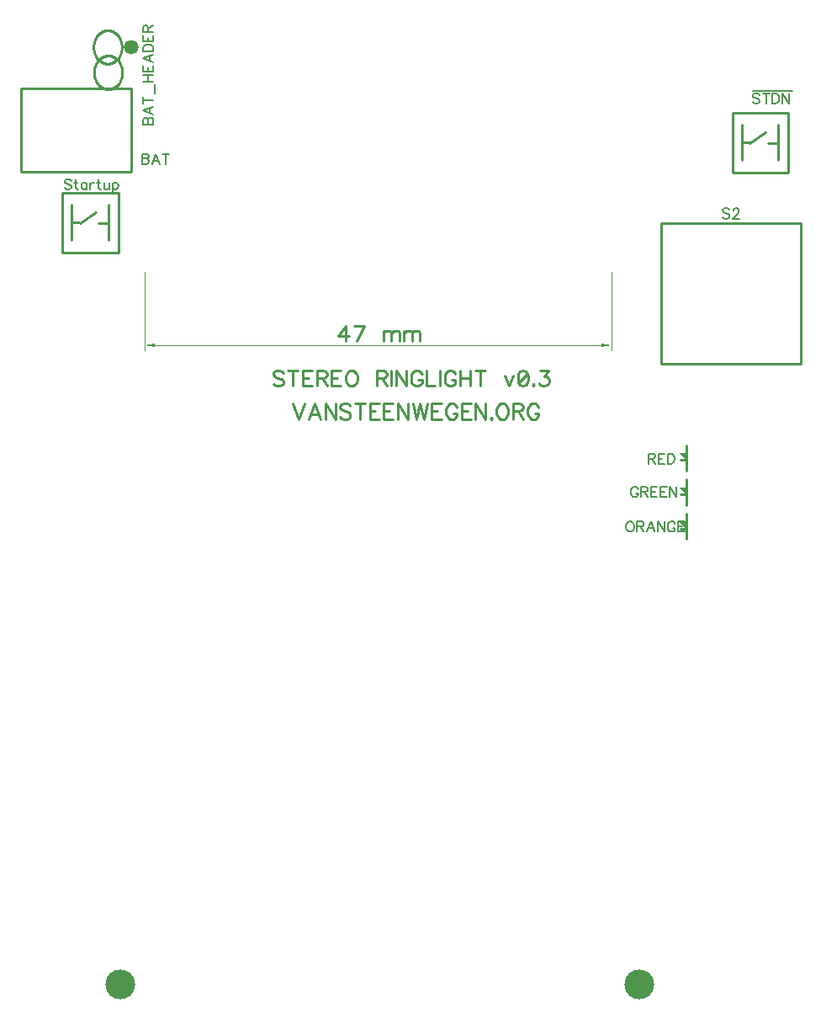
<source format=gto>
%TF.GenerationSoftware,Novarm,DipTrace,3.3.1.3*%
%TF.CreationDate,2021-03-19T21:20:38+00:00*%
%FSLAX35Y35*%
%MOMM*%
%TF.FileFunction,Legend,Top*%
%TF.Part,Single*%
%ADD10C,0.25*%
%ADD13C,0.035*%
%ADD29C,2.98317*%
%ADD75O,1.46885X1.46955*%
%ADD151C,0.15686*%
%ADD152C,0.23529*%
G75*
G01*
%LPD*%
G36*
X-979935Y4171922D2*
X-1048790D1*
X-981851Y4104111D1*
X-979935Y4171922D1*
G37*
X-974213Y4251208D2*
D10*
X-975172Y3996185D1*
X-981851Y4101255D2*
X-1041067D1*
G36*
X-979935Y4862792D2*
X-1048790D1*
X-981851Y4794981D1*
X-979935Y4862792D1*
G37*
X-974213Y4942078D2*
D10*
X-975172Y4687055D1*
X-981851Y4792125D2*
X-1041067D1*
G36*
X-979935Y4517355D2*
X-1048790D1*
X-981851Y4449544D1*
X-979935Y4517355D1*
G37*
X-974213Y4596642D2*
D10*
X-975172Y4341618D1*
X-981851Y4446688D2*
X-1041067D1*
X-7677497Y7693443D2*
X-6567534D1*
Y8533443D1*
X-7677497D1*
Y7693443D1*
X-1229512Y5763959D2*
X172978D1*
Y7174330D1*
X-1229512D1*
Y5763959D1*
X-7257320Y7480757D2*
X-6697280D1*
Y6878370D1*
X-7257320D1*
Y7480757D1*
X-7164260Y7360641D2*
Y7001558D1*
X-6795380Y7362327D2*
Y7006919D1*
X-7160900Y7179563D2*
X-7088120D1*
X-6898640Y7174503D2*
X-6802160D1*
X-7083080Y7176190D2*
X-6920600Y7286186D1*
X-515663Y8287473D2*
X44377D1*
Y7685087D1*
X-515663D1*
Y8287473D1*
X-422603Y8167357D2*
Y7808275D1*
X-53723Y8169044D2*
Y7813636D1*
X-419243Y7986280D2*
X-346463D1*
X-156983Y7981220D2*
X-60503D1*
X-341423Y7982907D2*
X-178943Y8092902D1*
X-6945677Y8945534D2*
X-6945330Y8957245D1*
X-6944291Y8968899D1*
X-6942565Y8980438D1*
X-6940161Y8991808D1*
X-6937090Y9002953D1*
X-6933367Y9013817D1*
X-6929011Y9024349D1*
X-6924042Y9034497D1*
X-6918484Y9044212D1*
X-6912366Y9053446D1*
X-6905716Y9062154D1*
X-6898567Y9070294D1*
X-6890954Y9077826D1*
X-6882914Y9084714D1*
X-6874486Y9090923D1*
X-6865711Y9096424D1*
X-6856632Y9101191D1*
X-6847293Y9105198D1*
X-6837740Y9108428D1*
X-6828019Y9110865D1*
X-6818178Y9112495D1*
X-6808264Y9113313D1*
X-6798326D1*
X-6788412Y9112495D1*
X-6778571Y9110865D1*
X-6768850Y9108428D1*
X-6759297Y9105198D1*
X-6749958Y9101191D1*
X-6740879Y9096424D1*
X-6732104Y9090923D1*
X-6723676Y9084714D1*
X-6715636Y9077826D1*
X-6708023Y9070294D1*
X-6700874Y9062154D1*
X-6694224Y9053446D1*
X-6688106Y9044212D1*
X-6682549Y9034497D1*
X-6677580Y9024349D1*
X-6673223Y9013817D1*
X-6669500Y9002953D1*
X-6666429Y8991808D1*
X-6664025Y8980438D1*
X-6662299Y8968899D1*
X-6661260Y8957245D1*
X-6660913Y8945534D1*
X-6661260Y8933823D1*
X-6662299Y8922170D1*
X-6664025Y8910630D1*
X-6666429Y8899260D1*
X-6669500Y8888115D1*
X-6673223Y8877251D1*
X-6677580Y8866719D1*
X-6682549Y8856571D1*
X-6688106Y8846856D1*
X-6694224Y8837622D1*
X-6700874Y8828914D1*
X-6708023Y8820774D1*
X-6715636Y8813242D1*
X-6723676Y8806354D1*
X-6732104Y8800145D1*
X-6740879Y8794644D1*
X-6749958Y8789878D1*
X-6759297Y8785870D1*
X-6768850Y8782640D1*
X-6778571Y8780204D1*
X-6788412Y8778573D1*
X-6798326Y8777755D1*
X-6808264D1*
X-6818178Y8778573D1*
X-6828019Y8780204D1*
X-6837740Y8782640D1*
X-6847293Y8785870D1*
X-6856632Y8789878D1*
X-6865711Y8794644D1*
X-6874486Y8800145D1*
X-6882914Y8806354D1*
X-6890954Y8813242D1*
X-6898567Y8820774D1*
X-6905716Y8828914D1*
X-6912366Y8837622D1*
X-6918484Y8846856D1*
X-6924042Y8856571D1*
X-6929011Y8866719D1*
X-6933367Y8877251D1*
X-6937090Y8888115D1*
X-6940161Y8899260D1*
X-6942565Y8910630D1*
X-6944291Y8922170D1*
X-6945330Y8933823D1*
X-6945677Y8945534D1*
X-6940263Y8690166D2*
X-6939917Y8701877D1*
X-6938878Y8713530D1*
X-6937152Y8725070D1*
X-6934748Y8736440D1*
X-6931677Y8747585D1*
X-6927954Y8758449D1*
X-6923597Y8768981D1*
X-6918628Y8779129D1*
X-6913071Y8788844D1*
X-6906952Y8798078D1*
X-6900303Y8806786D1*
X-6893154Y8814926D1*
X-6885541Y8822458D1*
X-6877501Y8829346D1*
X-6869073Y8835555D1*
X-6860298Y8841056D1*
X-6851219Y8845822D1*
X-6841880Y8849830D1*
X-6832327Y8853060D1*
X-6822606Y8855496D1*
X-6812765Y8857127D1*
X-6802851Y8857945D1*
X-6792913D1*
X-6782999Y8857127D1*
X-6773158Y8855496D1*
X-6763437Y8853060D1*
X-6753883Y8849830D1*
X-6744545Y8845822D1*
X-6735466Y8841056D1*
X-6726691Y8835555D1*
X-6718263Y8829346D1*
X-6710223Y8822458D1*
X-6702610Y8814926D1*
X-6695461Y8806786D1*
X-6688811Y8798078D1*
X-6682693Y8788844D1*
X-6677135Y8779129D1*
X-6672166Y8768981D1*
X-6667810Y8758449D1*
X-6664087Y8747585D1*
X-6661016Y8736440D1*
X-6658612Y8725070D1*
X-6656886Y8713530D1*
X-6655847Y8701877D1*
X-6655500Y8690166D1*
X-6655847Y8678455D1*
X-6656886Y8666801D1*
X-6658612Y8655262D1*
X-6661016Y8643892D1*
X-6664087Y8632747D1*
X-6667810Y8621883D1*
X-6672166Y8611351D1*
X-6677135Y8601203D1*
X-6682693Y8591488D1*
X-6688811Y8582254D1*
X-6695461Y8573546D1*
X-6702610Y8565406D1*
X-6710223Y8557874D1*
X-6718263Y8550986D1*
X-6726691Y8544777D1*
X-6735466Y8539276D1*
X-6744545Y8534509D1*
X-6753883Y8530502D1*
X-6763437Y8527272D1*
X-6773158Y8524835D1*
X-6782999Y8523205D1*
X-6792913Y8522387D1*
X-6802851D1*
X-6812765Y8523205D1*
X-6822606Y8524835D1*
X-6832327Y8527272D1*
X-6841880Y8530502D1*
X-6851219Y8534509D1*
X-6860298Y8539276D1*
X-6869073Y8544777D1*
X-6877501Y8550986D1*
X-6885541Y8557874D1*
X-6893154Y8565406D1*
X-6900303Y8573546D1*
X-6906952Y8582254D1*
X-6913071Y8591488D1*
X-6918628Y8601203D1*
X-6923597Y8611351D1*
X-6927954Y8621883D1*
X-6931677Y8632747D1*
X-6934748Y8643892D1*
X-6937152Y8655262D1*
X-6938878Y8666801D1*
X-6939917Y8678455D1*
X-6940263Y8690166D1*
D75*
X-6564226Y8944115D3*
D29*
X-6678718Y-477730D3*
X-1456002Y-482760D3*
X-6431917Y6680427D2*
D13*
Y5896007D1*
X-1731917Y6680427D2*
Y5896007D1*
X-4081917Y5946007D2*
X-6331917D1*
G36*
X-6431917D2*
X-6331917Y5966007D1*
Y5926007D1*
X-6431917Y5946007D1*
G37*
X-4081917D2*
D13*
X-1831917D1*
G36*
X-1731917D2*
X-1831917Y5926007D1*
Y5966007D1*
X-1731917Y5946007D1*
G37*
X-4408118Y5992530D2*
D152*
Y6145493D1*
X-4481062Y6043573D1*
X-4371730D1*
X-4295527Y5992530D2*
X-4222583Y6145493D1*
X-4324671D1*
X-4027389Y6094617D2*
Y5992530D1*
Y6065473D2*
X-4005489Y6087373D1*
X-3990833Y6094617D1*
X-3969101D1*
X-3954445Y6087373D1*
X-3947201Y6065473D1*
Y5992530D1*
Y6065473D2*
X-3925301Y6087373D1*
X-3910645Y6094617D1*
X-3888914D1*
X-3874257Y6087373D1*
X-3866845Y6065473D1*
Y5992530D1*
X-3819786Y6094617D2*
Y5992530D1*
Y6065473D2*
X-3797886Y6087373D1*
X-3783230Y6094617D1*
X-3761499D1*
X-3746842Y6087373D1*
X-3739599Y6065473D1*
Y5992530D1*
Y6065473D2*
X-3717699Y6087373D1*
X-3703042Y6094617D1*
X-3681311D1*
X-3666655Y6087373D1*
X-3659242Y6065473D1*
Y5992530D1*
X-1554369Y4174571D2*
D151*
X-1564139Y4169742D1*
X-1573798Y4159971D1*
X-1578739Y4150312D1*
X-1583569Y4135712D1*
Y4111342D1*
X-1578739Y4096854D1*
X-1573798Y4087083D1*
X-1564139Y4077425D1*
X-1554369Y4072483D1*
X-1534939D1*
X-1525281Y4077425D1*
X-1515510Y4087083D1*
X-1510681Y4096854D1*
X-1505852Y4111342D1*
Y4135712D1*
X-1510681Y4150312D1*
X-1515510Y4159971D1*
X-1525281Y4169742D1*
X-1534939Y4174571D1*
X-1554369D1*
X-1474479Y4125942D2*
X-1430791D1*
X-1416191Y4130883D1*
X-1411250Y4135712D1*
X-1406421Y4145371D1*
Y4155142D1*
X-1411250Y4164800D1*
X-1416191Y4169742D1*
X-1430791Y4174571D1*
X-1474479D1*
Y4072483D1*
X-1440450Y4125942D2*
X-1406421Y4072483D1*
X-1297219D2*
X-1336190Y4174571D1*
X-1375048Y4072483D1*
X-1360448Y4106512D2*
X-1311819D1*
X-1197788Y4174571D2*
Y4072483D1*
X-1265846Y4174571D1*
Y4072483D1*
X-1093528Y4150312D2*
X-1098357Y4159971D1*
X-1108128Y4169742D1*
X-1117786Y4174571D1*
X-1137215D1*
X-1146986Y4169742D1*
X-1156645Y4159971D1*
X-1161586Y4150312D1*
X-1166415Y4135712D1*
Y4111342D1*
X-1161586Y4096854D1*
X-1156645Y4087083D1*
X-1146986Y4077425D1*
X-1137215Y4072483D1*
X-1117786D1*
X-1108128Y4077425D1*
X-1098357Y4087083D1*
X-1093528Y4096854D1*
Y4111342D1*
X-1117786D1*
X-999038Y4174571D2*
X-1062155D1*
Y4072483D1*
X-999038D1*
X-1062155Y4125942D2*
X-1023297D1*
X-1361116Y4808015D2*
X-1317428D1*
X-1302828Y4812957D1*
X-1297887Y4817786D1*
X-1293058Y4827444D1*
Y4837215D1*
X-1297887Y4846874D1*
X-1302828Y4851815D1*
X-1317428Y4856644D1*
X-1361116D1*
Y4754557D1*
X-1327087Y4808015D2*
X-1293058Y4754557D1*
X-1198568Y4856644D2*
X-1261685D1*
Y4754557D1*
X-1198568D1*
X-1261685Y4808015D2*
X-1222827D1*
X-1167196Y4856644D2*
Y4754557D1*
X-1133166D1*
X-1118566Y4759498D1*
X-1108796Y4769157D1*
X-1103966Y4778927D1*
X-1099137Y4793415D1*
Y4817786D1*
X-1103966Y4832386D1*
X-1108796Y4842044D1*
X-1118566Y4851815D1*
X-1133166Y4856644D1*
X-1167196D1*
X-1464753Y4499912D2*
X-1469583Y4509571D1*
X-1479353Y4519342D1*
X-1489012Y4524171D1*
X-1508441D1*
X-1518212Y4519342D1*
X-1527870Y4509571D1*
X-1532812Y4499912D1*
X-1537641Y4485312D1*
Y4460942D1*
X-1532812Y4446454D1*
X-1527870Y4436683D1*
X-1518212Y4427025D1*
X-1508441Y4422083D1*
X-1489012D1*
X-1479353Y4427025D1*
X-1469583Y4436683D1*
X-1464753Y4446454D1*
Y4460942D1*
X-1489012D1*
X-1433381Y4475542D2*
X-1389693D1*
X-1375093Y4480483D1*
X-1370152Y4485312D1*
X-1365322Y4494971D1*
Y4504742D1*
X-1370152Y4514400D1*
X-1375093Y4519342D1*
X-1389693Y4524171D1*
X-1433381D1*
Y4422083D1*
X-1399352Y4475542D2*
X-1365322Y4422083D1*
X-1270833Y4524171D2*
X-1333950D1*
Y4422083D1*
X-1270833D1*
X-1333950Y4475542D2*
X-1295091D1*
X-1176343Y4524171D2*
X-1239460D1*
Y4422083D1*
X-1176343D1*
X-1239460Y4475542D2*
X-1200602D1*
X-1076912Y4524171D2*
Y4422083D1*
X-1144971Y4524171D1*
Y4422083D1*
X-6457889Y7871738D2*
Y7769650D1*
X-6414089D1*
X-6399489Y7774592D1*
X-6394659Y7779421D1*
X-6389830Y7789080D1*
Y7803680D1*
X-6394659Y7813450D1*
X-6399489Y7818280D1*
X-6414089Y7823109D1*
X-6399489Y7828050D1*
X-6394659Y7832880D1*
X-6389830Y7842538D1*
Y7852309D1*
X-6394659Y7861967D1*
X-6399489Y7866909D1*
X-6414089Y7871738D1*
X-6457889D1*
Y7823109D2*
X-6414089D1*
X-6280628Y7769650D2*
X-6319599Y7871738D1*
X-6358458Y7769650D1*
X-6343858Y7803680D2*
X-6295228D1*
X-6215227Y7871738D2*
Y7769650D1*
X-6249256Y7871738D2*
X-6181197D1*
X-543953Y7308519D2*
X-553611Y7318290D1*
X-568211Y7323119D1*
X-587641D1*
X-602241Y7318290D1*
X-612011Y7308519D1*
Y7298861D1*
X-607070Y7289090D1*
X-602241Y7284261D1*
X-592582Y7279432D1*
X-563382Y7269661D1*
X-553611Y7264832D1*
X-548782Y7259890D1*
X-543953Y7250232D1*
Y7235632D1*
X-553611Y7225973D1*
X-568211Y7221032D1*
X-587641D1*
X-602241Y7225973D1*
X-612011Y7235632D1*
X-507639Y7298749D2*
Y7303578D1*
X-502810Y7313349D1*
X-497980Y7318178D1*
X-488210Y7323007D1*
X-468780D1*
X-459122Y7318178D1*
X-454293Y7313349D1*
X-449351Y7303578D1*
Y7293919D1*
X-454293Y7284149D1*
X-463951Y7269661D1*
X-512580Y7221032D1*
X-444522D1*
X-7171152Y7601519D2*
X-7180810Y7611290D1*
X-7195410Y7616119D1*
X-7214840D1*
X-7229440Y7611290D1*
X-7239210Y7601519D1*
Y7591861D1*
X-7234269Y7582090D1*
X-7229440Y7577261D1*
X-7219781Y7572432D1*
X-7190581Y7562661D1*
X-7180810Y7557832D1*
X-7175981Y7552890D1*
X-7171152Y7543232D1*
Y7528632D1*
X-7180810Y7518973D1*
X-7195410Y7514032D1*
X-7214840D1*
X-7229440Y7518973D1*
X-7239210Y7528632D1*
X-7125179Y7616119D2*
Y7533461D1*
X-7120350Y7518973D1*
X-7110579Y7514032D1*
X-7100921D1*
X-7139779Y7582090D2*
X-7105750D1*
X-7011261D2*
Y7514032D1*
Y7567490D2*
X-7020919Y7577261D1*
X-7030690Y7582090D1*
X-7045178D1*
X-7054948Y7577261D1*
X-7064607Y7567490D1*
X-7069548Y7552890D1*
Y7543232D1*
X-7064607Y7528632D1*
X-7054948Y7518973D1*
X-7045178Y7514032D1*
X-7030690D1*
X-7020919Y7518973D1*
X-7011261Y7528632D1*
X-6979888Y7582090D2*
Y7514032D1*
Y7552890D2*
X-6974947Y7567490D1*
X-6965288Y7577261D1*
X-6955517Y7582090D1*
X-6940917D1*
X-6894945Y7616119D2*
Y7533461D1*
X-6890116Y7518973D1*
X-6880345Y7514032D1*
X-6870686D1*
X-6909545Y7582090D2*
X-6875516D1*
X-6839314D2*
Y7533461D1*
X-6834485Y7518973D1*
X-6824714Y7514032D1*
X-6810114D1*
X-6800455Y7518973D1*
X-6785855Y7533461D1*
Y7582090D2*
Y7514032D1*
X-6754483Y7582090D2*
Y7480002D1*
Y7567490D2*
X-6744712Y7577149D1*
X-6735054Y7582090D1*
X-6720454D1*
X-6710683Y7577149D1*
X-6701024Y7567490D1*
X-6696083Y7552890D1*
Y7543119D1*
X-6701024Y7528632D1*
X-6710683Y7518861D1*
X-6720454Y7514032D1*
X-6735054D1*
X-6744712Y7518861D1*
X-6754483Y7528632D1*
X-241981Y8464656D2*
X-251639Y8474427D1*
X-266239Y8479256D1*
X-285668D1*
X-300268Y8474427D1*
X-310039Y8464656D1*
Y8454997D1*
X-305098Y8445227D1*
X-300268Y8440397D1*
X-290610Y8435568D1*
X-261410Y8425797D1*
X-251639Y8420968D1*
X-246810Y8416027D1*
X-241981Y8406368D1*
Y8391768D1*
X-251639Y8382110D1*
X-266239Y8377168D1*
X-285668D1*
X-300268Y8382110D1*
X-310039Y8391768D1*
X-176579Y8479256D2*
Y8377168D1*
X-210608Y8479256D2*
X-142550D1*
X-111177D2*
Y8377168D1*
X-77148D1*
X-62548Y8382110D1*
X-52777Y8391768D1*
X-47948Y8401539D1*
X-43119Y8416027D1*
Y8440397D1*
X-47948Y8454997D1*
X-52777Y8464656D1*
X-62548Y8474427D1*
X-77148Y8479256D1*
X-111177D1*
X56312D2*
Y8377168D1*
X-11746Y8479256D1*
Y8377168D1*
X-310039Y8505873D2*
X87685D1*
X-6446489Y8167347D2*
X-6344401D1*
Y8211147D1*
X-6349343Y8225747D1*
X-6354172Y8230576D1*
X-6363830Y8235405D1*
X-6378430D1*
X-6388201Y8230576D1*
X-6393030Y8225747D1*
X-6397860Y8211147D1*
X-6402801Y8225747D1*
X-6407630Y8230576D1*
X-6417289Y8235405D1*
X-6427060D1*
X-6436718Y8230576D1*
X-6441660Y8225747D1*
X-6446489Y8211147D1*
Y8167347D1*
X-6397860D2*
Y8211147D1*
X-6344401Y8344607D2*
X-6446489Y8305636D1*
X-6344401Y8266778D1*
X-6378430Y8281378D2*
Y8330007D1*
X-6446489Y8410009D2*
X-6344401D1*
X-6446489Y8375979D2*
Y8444038D1*
X-6327555Y8475410D2*
Y8567727D1*
X-6446489Y8599100D2*
X-6344401D1*
X-6446489Y8667158D2*
X-6344401D1*
X-6397860Y8599100D2*
Y8667158D1*
X-6446489Y8761648D2*
Y8698531D1*
X-6344401D1*
Y8761648D1*
X-6397860Y8698531D2*
Y8737389D1*
X-6344401Y8870850D2*
X-6446489Y8831879D1*
X-6344401Y8793020D1*
X-6378430Y8807620D2*
Y8856250D1*
X-6446489Y8902222D2*
X-6344401D1*
Y8936251D1*
X-6349343Y8950851D1*
X-6359001Y8960622D1*
X-6368772Y8965451D1*
X-6383260Y8970281D1*
X-6407630D1*
X-6422230Y8965451D1*
X-6431889Y8960622D1*
X-6441660Y8950851D1*
X-6446489Y8936251D1*
Y8902222D1*
Y9064770D2*
Y9001653D1*
X-6344401D1*
Y9064770D1*
X-6397860Y9001653D2*
Y9040512D1*
Y9096143D2*
Y9139830D1*
X-6402801Y9154430D1*
X-6407630Y9159372D1*
X-6417289Y9164201D1*
X-6427060D1*
X-6436718Y9159372D1*
X-6441660Y9154430D1*
X-6446489Y9139830D1*
Y9096143D1*
X-6344401D1*
X-6397860Y9130172D2*
X-6344401Y9164201D1*
X-5035928Y5670278D2*
D152*
X-5050416Y5684934D1*
X-5072316Y5692178D1*
X-5101459D1*
X-5123359Y5684934D1*
X-5138016Y5670278D1*
Y5655790D1*
X-5130603Y5641134D1*
X-5123359Y5633890D1*
X-5108872Y5626646D1*
X-5065072Y5611990D1*
X-5050416Y5604746D1*
X-5043172Y5597334D1*
X-5035928Y5582846D1*
Y5560946D1*
X-5050416Y5546459D1*
X-5072316Y5539046D1*
X-5101459D1*
X-5123359Y5546459D1*
X-5138016Y5560946D1*
X-4937825Y5692178D2*
Y5539046D1*
X-4988869Y5692178D2*
X-4886781D1*
X-4745047D2*
X-4839723D1*
Y5539046D1*
X-4745047D1*
X-4839723Y5619234D2*
X-4781435D1*
X-4697988D2*
X-4632457D1*
X-4610557Y5626646D1*
X-4603145Y5633890D1*
X-4595901Y5648378D1*
Y5663034D1*
X-4603145Y5677522D1*
X-4610557Y5684934D1*
X-4632457Y5692178D1*
X-4697988D1*
Y5539046D1*
X-4646945Y5619234D2*
X-4595901Y5539046D1*
X-4454166Y5692178D2*
X-4548842D1*
Y5539046D1*
X-4454166D1*
X-4548842Y5619234D2*
X-4490554D1*
X-4363308Y5692178D2*
X-4377964Y5684934D1*
X-4392452Y5670278D1*
X-4399864Y5655790D1*
X-4407108Y5633890D1*
Y5597334D1*
X-4399864Y5575603D1*
X-4392452Y5560946D1*
X-4377964Y5546459D1*
X-4363308Y5539046D1*
X-4334164D1*
X-4319676Y5546459D1*
X-4305020Y5560946D1*
X-4297776Y5575603D1*
X-4290532Y5597334D1*
Y5633890D1*
X-4297776Y5655790D1*
X-4305020Y5670278D1*
X-4319676Y5684934D1*
X-4334164Y5692178D1*
X-4363308D1*
X-4095338Y5619234D2*
X-4029806D1*
X-4007906Y5626646D1*
X-4000494Y5633890D1*
X-3993250Y5648378D1*
Y5663034D1*
X-4000494Y5677522D1*
X-4007906Y5684934D1*
X-4029806Y5692178D1*
X-4095338D1*
Y5539046D1*
X-4044294Y5619234D2*
X-3993250Y5539046D1*
X-3946191Y5692178D2*
Y5539046D1*
X-3797045Y5692178D2*
Y5539046D1*
X-3899132Y5692178D1*
Y5539046D1*
X-3640654Y5655790D2*
X-3647898Y5670278D1*
X-3662554Y5684934D1*
X-3677042Y5692178D1*
X-3706186D1*
X-3720842Y5684934D1*
X-3735330Y5670278D1*
X-3742742Y5655790D1*
X-3749986Y5633890D1*
Y5597334D1*
X-3742742Y5575603D1*
X-3735330Y5560946D1*
X-3720842Y5546459D1*
X-3706186Y5539046D1*
X-3677042D1*
X-3662554Y5546459D1*
X-3647898Y5560946D1*
X-3640654Y5575603D1*
Y5597334D1*
X-3677042D1*
X-3593595Y5692178D2*
Y5539046D1*
X-3506164D1*
X-3459105Y5692178D2*
Y5539046D1*
X-3302715Y5655790D2*
X-3309959Y5670278D1*
X-3324615Y5684934D1*
X-3339102Y5692178D1*
X-3368246D1*
X-3382902Y5684934D1*
X-3397390Y5670278D1*
X-3404802Y5655790D1*
X-3412046Y5633890D1*
Y5597334D1*
X-3404802Y5575603D1*
X-3397390Y5560946D1*
X-3382902Y5546459D1*
X-3368246Y5539046D1*
X-3339102D1*
X-3324615Y5546459D1*
X-3309959Y5560946D1*
X-3302715Y5575603D1*
Y5597334D1*
X-3339102D1*
X-3255656Y5692178D2*
Y5539046D1*
X-3153568Y5692178D2*
Y5539046D1*
X-3255656Y5619234D2*
X-3153568D1*
X-3055466Y5692178D2*
Y5539046D1*
X-3106509Y5692178D2*
X-3004422D1*
X-2809227Y5641134D2*
X-2765427Y5539046D1*
X-2721796Y5641134D1*
X-2630937Y5692009D2*
X-2652837Y5684766D1*
X-2667493Y5662866D1*
X-2674737Y5626478D1*
Y5604578D1*
X-2667493Y5568190D1*
X-2652837Y5546290D1*
X-2630937Y5539046D1*
X-2616449D1*
X-2594549Y5546290D1*
X-2580061Y5568190D1*
X-2572649Y5604578D1*
Y5626478D1*
X-2580061Y5662866D1*
X-2594549Y5684766D1*
X-2616449Y5692009D1*
X-2630937D1*
X-2580061Y5662866D2*
X-2667493Y5568190D1*
X-2518346Y5553703D2*
X-2525590Y5546290D1*
X-2518346Y5539046D1*
X-2510934Y5546290D1*
X-2518346Y5553703D1*
X-2449219Y5692009D2*
X-2369200D1*
X-2412831Y5633722D1*
X-2390931D1*
X-2376444Y5626478D1*
X-2369200Y5619234D1*
X-2361788Y5597334D1*
Y5582846D1*
X-2369200Y5560946D1*
X-2383688Y5546290D1*
X-2405588Y5539046D1*
X-2427488D1*
X-2449219Y5546290D1*
X-2456463Y5553703D1*
X-2463875Y5568190D1*
X-4940159Y5358845D2*
X-4881871Y5205713D1*
X-4823584Y5358845D1*
X-4659781Y5205713D2*
X-4718237Y5358845D1*
X-4776525Y5205713D1*
X-4754625Y5256757D2*
X-4681681D1*
X-4510634Y5358845D2*
Y5205713D1*
X-4612722Y5358845D1*
Y5205713D1*
X-4361488Y5336945D2*
X-4375976Y5351601D1*
X-4397876Y5358845D1*
X-4427019D1*
X-4448919Y5351601D1*
X-4463576Y5336945D1*
Y5322457D1*
X-4456163Y5307801D1*
X-4448919Y5300557D1*
X-4434432Y5293313D1*
X-4390632Y5278657D1*
X-4375976Y5271413D1*
X-4368732Y5264001D1*
X-4361488Y5249513D1*
Y5227613D1*
X-4375976Y5213125D1*
X-4397876Y5205713D1*
X-4427019D1*
X-4448919Y5213125D1*
X-4463576Y5227613D1*
X-4263385Y5358845D2*
Y5205713D1*
X-4314429Y5358845D2*
X-4212341D1*
X-4070607D2*
X-4165283D1*
Y5205713D1*
X-4070607D1*
X-4165283Y5285901D2*
X-4106995D1*
X-3928873Y5358845D2*
X-4023548D1*
Y5205713D1*
X-3928873D1*
X-4023548Y5285901D2*
X-3965261D1*
X-3779726Y5358845D2*
Y5205713D1*
X-3881814Y5358845D1*
Y5205713D1*
X-3732668Y5358845D2*
X-3696111Y5205713D1*
X-3659724Y5358845D1*
X-3623336Y5205713D1*
X-3586780Y5358845D1*
X-3445046D2*
X-3539721D1*
Y5205713D1*
X-3445046D1*
X-3539721Y5285901D2*
X-3481433D1*
X-3288655Y5322457D2*
X-3295899Y5336945D1*
X-3310555Y5351601D1*
X-3325043Y5358845D1*
X-3354187D1*
X-3368843Y5351601D1*
X-3383331Y5336945D1*
X-3390743Y5322457D1*
X-3397987Y5300557D1*
Y5264001D1*
X-3390743Y5242269D1*
X-3383331Y5227613D1*
X-3368843Y5213125D1*
X-3354187Y5205713D1*
X-3325043D1*
X-3310555Y5213125D1*
X-3295899Y5227613D1*
X-3288655Y5242269D1*
Y5264001D1*
X-3325043D1*
X-3146921Y5358845D2*
X-3241597D1*
Y5205713D1*
X-3146921D1*
X-3241597Y5285901D2*
X-3183309D1*
X-2997775Y5358845D2*
Y5205713D1*
X-3099862Y5358845D1*
Y5205713D1*
X-2943472Y5220369D2*
X-2950716Y5212957D1*
X-2943472Y5205713D1*
X-2936060Y5212957D1*
X-2943472Y5220369D1*
X-2845201Y5358845D2*
X-2859857Y5351601D1*
X-2874345Y5336945D1*
X-2881757Y5322457D1*
X-2889001Y5300557D1*
Y5264001D1*
X-2881757Y5242269D1*
X-2874345Y5227613D1*
X-2859857Y5213125D1*
X-2845201Y5205713D1*
X-2816057D1*
X-2801569Y5213125D1*
X-2786913Y5227613D1*
X-2779669Y5242269D1*
X-2772425Y5264001D1*
Y5300557D1*
X-2779669Y5322457D1*
X-2786913Y5336945D1*
X-2801569Y5351601D1*
X-2816057Y5358845D1*
X-2845201D1*
X-2725367Y5285901D2*
X-2659835D1*
X-2637935Y5293313D1*
X-2630523Y5300557D1*
X-2623279Y5315045D1*
Y5329701D1*
X-2630523Y5344188D1*
X-2637935Y5351601D1*
X-2659835Y5358845D1*
X-2725367D1*
Y5205713D1*
X-2674323Y5285901D2*
X-2623279Y5205713D1*
X-2466889Y5322457D2*
X-2474132Y5336945D1*
X-2488789Y5351601D1*
X-2503276Y5358845D1*
X-2532420D1*
X-2547076Y5351601D1*
X-2561564Y5336945D1*
X-2568976Y5322457D1*
X-2576220Y5300557D1*
Y5264001D1*
X-2568976Y5242269D1*
X-2561564Y5227613D1*
X-2547076Y5213125D1*
X-2532420Y5205713D1*
X-2503276D1*
X-2488789Y5213125D1*
X-2474132Y5227613D1*
X-2466889Y5242269D1*
Y5264001D1*
X-2503276D1*
M02*

</source>
